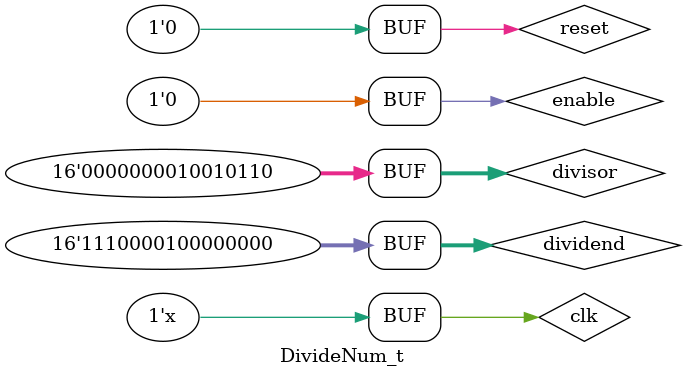
<source format=v>
`timescale 1ns / 1ps
module DivideNum_t;
    parameter N = 16;
    reg clk; 
    reg reset;
    reg enable;
    reg [15:0]dividend;
    reg [15:0]divisor;
    wire [15:0]quotient;
    wire [15:0]remainder;
    wire checkflag;

    DivideNum #(.N(N)) UUT(
        .clk(clk),
        .reset(reset),
        .enable(enable),
        .dividend(dividend),
        .divisor(divisor),
        .quotient(quotient),
        .remainder(remainder),
        .checkflag(checkflag)
    );

    always #1 clk = ~clk;
    initial begin
    clk = 1;
    reset = 1;
    enable = 0;
    dividend = 16'd100;
    divisor = 16'd5;
    # 2 reset = 0;
    enable = 1;
    dividend = 16'd57600;
    divisor = 16'd150;
    #32;
    enable = 0;
    end
endmodule
</source>
